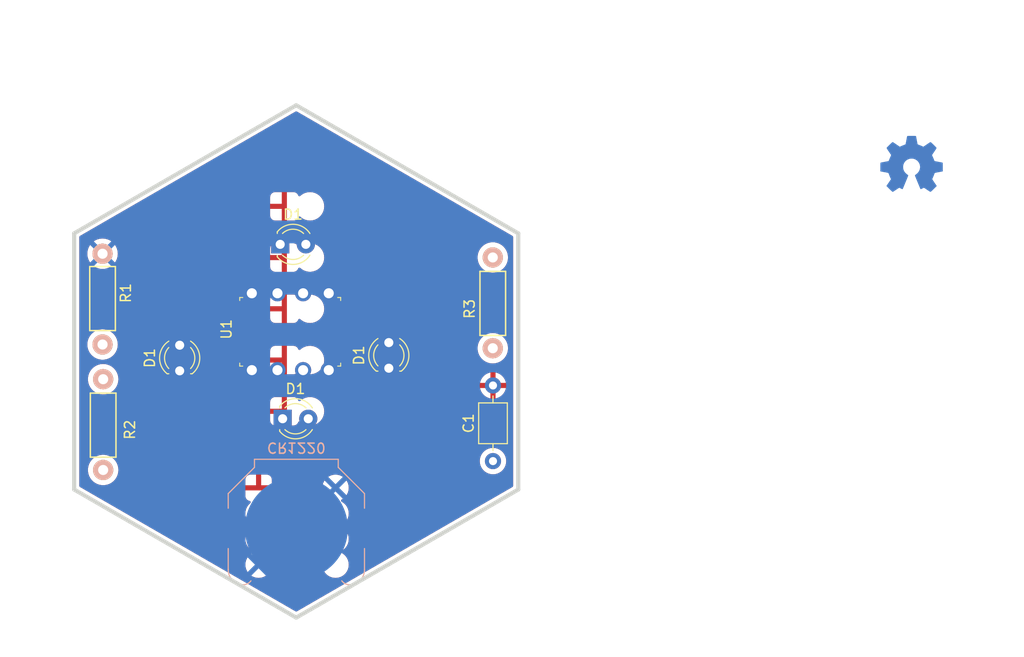
<source format=kicad_pcb>
(kicad_pcb (version 20201220) (generator pcbnew)
  (layers (0 "F.Cu" signal) (1 "In1.Cu" signal) (2 "In2.Cu" signal) (3 "In3.Cu" signal) (4 "In4.Cu" signal) (31 "B.Cu" signal) (34 "B.Paste" user) (35 "F.Paste" user) (36 "B.SilkS" user "B.Silkscreen") (37 "F.SilkS" user "F.Silkscreen") (38 "B.Mask" user) (39 "F.Mask" user) (44 "Edge.Cuts" user))
  (net 0 "")
  (net 1 "GND")
  (net 2 "/VDD")
  (net 3 "Net-(C1-Pad1)")
  (net 4 "Net-(D1-Pad2)")
  (net 5 "Net-(R1-Pad2)")
  (net 6 "Net-(R3-Pad1)")
  (footprint "digikey-footprints:DIP-8_W7.62mm" (layer "F.Cu") (at 152.07 95.27 90)
    (fp_text reference "U1" (at 4.05 -2.52 270) (layer "F.SilkS"))
    (fp_text value "7555")
    (fp_line (start 0.4 8.8) (end 0.7 8.8) (layer "F.SilkS") (width 0.1))
    (fp_line (start 7.2 8.8) (end 6.9 8.8) (layer "F.SilkS") (width 0.1))
    (fp_line (start 7.2 -0.9) (end 7.2 -1.2) (layer "F.SilkS") (width 0.1))
    (fp_line (start 0.4 -1.2) (end 0.7 -1.2) (layer "F.SilkS") (width 0.1))
    (fp_line (start 7.2 -1.2) (end 6.9 -1.2) (layer "F.SilkS") (width 0.1))
    (fp_line (start 0.4 8.5) (end 0.4 8.8) (layer "F.SilkS") (width 0.1))
    (fp_line (start 7.2 8.5) (end 7.2 8.8) (layer "F.SilkS") (width 0.1))
    (fp_line (start 0.4 -0.9) (end 0.4 -1.2) (layer "F.SilkS") (width 0.1))
    (pad "1" thru_hole rect (at 0 0 90) (size 1.6 1.6) (drill 1) (layers *.Cu *.Mask) (net 1 "GND"))
    (pad "2" thru_hole circle (at 0 2.54 90) (size 1.6 1.6) (drill 1) (layers *.Cu *.Mask) (net 3 "Net-(C1-Pad1)"))
    (pad "3" thru_hole circle (at 0 5.08 90) (size 1.6 1.6) (drill 1) (layers *.Cu *.Mask) (net 6 "Net-(R3-Pad1)"))
    (pad "4" thru_hole circle (at 0 7.62 90) (size 1.6 1.6) (drill 1) (layers *.Cu *.Mask) (net 2 "/VDD"))
    (pad "5" thru_hole circle (at 7.62 7.62 90) (size 1.6 1.6) (drill 1) (layers *.Cu *.Mask))
    (pad "6" thru_hole circle (at 7.62 5.08 90) (size 1.6 1.6) (drill 1) (layers *.Cu *.Mask) (net 3 "Net-(C1-Pad1)"))
    (pad "7" thru_hole circle (at 7.62 2.54 90) (size 1.6 1.6) (drill 1) (layers *.Cu *.Mask) (net 5 "Net-(R1-Pad2)"))
    (pad "8" thru_hole circle (at 7.62 0 90) (size 1.6 1.6) (drill 1) (layers *.Cu *.Mask) (net 2 "/VDD"))
  )
  (footprint "Wickerlib:RES-CARBONFILM-7MM" (layer "F.Cu") (at 175.94 93.1 90)
    (fp_text reference "R3")
    (fp_text value "100" hide)
    (fp_text user "${REFERENCE}" (at 3.9 -2.3 270) (layer "F.SilkS"))
    (fp_line (start 1.27 -1.27) (end 7.62 -1.27) (layer "F.SilkS") (width 0.15))
    (fp_line (start 7.62 1.27) (end 1.27 1.27) (layer "F.SilkS") (width 0.15))
    (fp_line (start 7.62 -1.27) (end 7.62 1.27) (layer "F.SilkS") (width 0.15))
    (fp_line (start 1.27 1.27) (end 1.27 -1.27) (layer "F.SilkS") (width 0.15))
    (pad "1" thru_hole circle (at 0 0 90) (size 1.99898 1.99898) (drill 1.00076) (layers *.Cu *.SilkS *.Mask) (net 6 "Net-(R3-Pad1)"))
    (pad "2" thru_hole circle (at 9 0 90) (size 1.99898 1.99898) (drill 1.00076) (layers *.Cu *.SilkS *.Mask) (net 4 "Net-(D1-Pad2)"))
  )
  (footprint "Wickerlib:RES-CARBONFILM-7MM" (layer "F.Cu") (at 137.34 105.17 90)
    (fp_text reference "R2")
    (fp_text value "470K" hide)
    (fp_text user "${REFERENCE}" (at 3.99 2.65 270) (layer "F.SilkS"))
    (fp_line (start 7.62 1.27) (end 1.27 1.27) (layer "F.SilkS") (width 0.15))
    (fp_line (start 7.62 -1.27) (end 7.62 1.27) (layer "F.SilkS") (width 0.15))
    (fp_line (start 1.27 -1.27) (end 7.62 -1.27) (layer "F.SilkS") (width 0.15))
    (fp_line (start 1.27 1.27) (end 1.27 -1.27) (layer "F.SilkS") (width 0.15))
    (pad "1" thru_hole circle (at 0 0 90) (size 1.99898 1.99898) (drill 1.00076) (layers *.Cu *.SilkS *.Mask) (net 5 "Net-(R1-Pad2)"))
    (pad "2" thru_hole circle (at 9 0 90) (size 1.99898 1.99898) (drill 1.00076) (layers *.Cu *.SilkS *.Mask) (net 3 "Net-(C1-Pad1)"))
  )
  (footprint "Wickerlib:RES-CARBONFILM-7MM" (layer "F.Cu") (at 137.28 83.73 -90)
    (fp_text reference "R1")
    (fp_text value "1K" hide)
    (fp_text user "${REFERENCE}" (at 3.9 -2.3 90) (layer "F.SilkS"))
    (fp_line (start 7.62 -1.27) (end 7.62 1.27) (layer "F.SilkS") (width 0.15))
    (fp_line (start 1.27 1.27) (end 1.27 -1.27) (layer "F.SilkS") (width 0.15))
    (fp_line (start 7.62 1.27) (end 1.27 1.27) (layer "F.SilkS") (width 0.15))
    (fp_line (start 1.27 -1.27) (end 7.62 -1.27) (layer "F.SilkS") (width 0.15))
    (pad "1" thru_hole circle (at 0 0 270) (size 1.99898 1.99898) (drill 1.00076) (layers *.Cu *.SilkS *.Mask) (net 2 "/VDD"))
    (pad "2" thru_hole circle (at 9 0 270) (size 1.99898 1.99898) (drill 1.00076) (layers *.Cu *.SilkS *.Mask) (net 5 "Net-(R1-Pad2)"))
  )
  (footprint "LED_THT:LED_D3.0mm" (layer "F.Cu") (at 144.92 95.34 90)
    (fp_text reference "D1" (at 1.27 -2.96 90) (layer "F.SilkS"))
    (fp_text value "LED")
    (fp_line (start -0.29 1.08) (end -0.29 1.236) (layer "F.SilkS") (width 0.12))
    (fp_line (start -0.29 -1.236) (end -0.29 -1.08) (layer "F.SilkS") (width 0.12))
    (fp_arc (start 1.27 0) (end -0.29 -1.235516) (angle 108.8) (layer "F.SilkS") (width 0.12))
    (fp_arc (start 1.27 0) (end 0.229039 1.08) (angle -87.9) (layer "F.SilkS") (width 0.12))
    (fp_arc (start 1.27 0) (end 0.229039 -1.08) (angle 87.9) (layer "F.SilkS") (width 0.12))
    (fp_arc (start 1.27 0) (end -0.29 1.235516) (angle -108.8) (layer "F.SilkS") (width 0.12))
    (pad "1" thru_hole rect (at 0 0 90) (size 1.8 1.8) (drill 0.9) (layers *.Cu *.Mask) (net 1 "GND"))
    (pad "2" thru_hole circle (at 2.54 0 90) (size 1.8 1.8) (drill 0.9) (layers *.Cu *.Mask) (net 4 "Net-(D1-Pad2)"))
  )
  (footprint "Capacitor_THT:C_Axial_L3.8mm_D2.6mm_P7.50mm_Horizontal" (layer "F.Cu") (at 175.96 104.29 90)
    (fp_text reference "C1" (at 3.75 -2.42 270) (layer "F.SilkS"))
    (fp_text value "1uF" hide)
    (fp_line (start 1.04 0) (end 1.73 0) (layer "F.SilkS") (width 0.12))
    (fp_line (start 6.46 0) (end 5.77 0) (layer "F.SilkS") (width 0.12))
    (fp_line (start 1.73 -1.42) (end 1.73 1.42) (layer "F.SilkS") (width 0.12))
    (fp_line (start 5.77 1.42) (end 5.77 -1.42) (layer "F.SilkS") (width 0.12))
    (fp_line (start 1.73 1.42) (end 5.77 1.42) (layer "F.SilkS") (width 0.12))
    (fp_line (start 5.77 -1.42) (end 1.73 -1.42) (layer "F.SilkS") (width 0.12))
    (pad "1" thru_hole circle (at 0 0 90) (size 1.6 1.6) (drill 0.8) (layers *.Cu *.Mask) (net 3 "Net-(C1-Pad1)"))
    (pad "2" thru_hole oval (at 7.5 0 90) (size 1.6 1.6) (drill 0.8) (layers *.Cu *.Mask) (net 1 "GND"))
  )
  (footprint "LED_THT:LED_D3.0mm" (layer "F.Cu") (at 154.88 82.8)
    (fp_text reference "D1" (at 1.27 -2.96) (layer "F.SilkS"))
    (fp_text value "LED")
    (fp_line (start -0.29 1.08) (end -0.29 1.236) (layer "F.SilkS") (width 0.12))
    (fp_line (start -0.29 -1.236) (end -0.29 -1.08) (layer "F.SilkS") (width 0.12))
    (fp_arc (start 1.27 0) (end -0.29 -1.235516) (angle 108.8) (layer "F.SilkS") (width 0.12))
    (fp_arc (start 1.27 0) (end 0.229039 1.08) (angle -87.9) (layer "F.SilkS") (width 0.12))
    (fp_arc (start 1.27 0) (end -0.29 1.235516) (angle -108.8) (layer "F.SilkS") (width 0.12))
    (fp_arc (start 1.27 0) (end 0.229039 -1.08) (angle 87.9) (layer "F.SilkS") (width 0.12))
    (pad "1" thru_hole rect (at 0 0) (size 1.8 1.8) (drill 0.9) (layers *.Cu *.Mask) (net 1 "GND"))
    (pad "2" thru_hole circle (at 2.54 0) (size 1.8 1.8) (drill 0.9) (layers *.Cu *.Mask) (net 4 "Net-(D1-Pad2)"))
  )
  (footprint "LED_THT:LED_D3.0mm" (layer "F.Cu") (at 155.12 100.09)
    (fp_text reference "D1" (at 1.27 -2.96) (layer "F.SilkS"))
    (fp_text value "LED")
    (fp_line (start -0.29 -1.236) (end -0.29 -1.08) (layer "F.SilkS") (width 0.12))
    (fp_line (start -0.29 1.08) (end -0.29 1.236) (layer "F.SilkS") (width 0.12))
    (fp_arc (start 1.27 0) (end 0.229039 1.08) (angle -87.9) (layer "F.SilkS") (width 0.12))
    (fp_arc (start 1.27 0) (end -0.29 -1.235516) (angle 108.8) (layer "F.SilkS") (width 0.12))
    (fp_arc (start 1.27 0) (end -0.29 1.235516) (angle -108.8) (layer "F.SilkS") (width 0.12))
    (fp_arc (start 1.27 0) (end 0.229039 -1.08) (angle 87.9) (layer "F.SilkS") (width 0.12))
    (pad "1" thru_hole rect (at 0 0) (size 1.8 1.8) (drill 0.9) (layers *.Cu *.Mask) (net 1 "GND"))
    (pad "2" thru_hole circle (at 2.54 0) (size 1.8 1.8) (drill 0.9) (layers *.Cu *.Mask) (net 4 "Net-(D1-Pad2)"))
  )
  (footprint "LED_THT:LED_D3.0mm" (layer "F.Cu") (at 165.64 95.08 90)
    (fp_text reference "D1" (at 1.27 -2.96 90) (layer "F.SilkS"))
    (fp_text value "LED")
    (fp_line (start -0.29 1.08) (end -0.29 1.236) (layer "F.SilkS") (width 0.12))
    (fp_line (start -0.29 -1.236) (end -0.29 -1.08) (layer "F.SilkS") (width 0.12))
    (fp_arc (start 1.27 0) (end -0.29 1.235516) (angle -108.8) (layer "F.SilkS") (width 0.12))
    (fp_arc (start 1.27 0) (end 0.229039 1.08) (angle -87.9) (layer "F.SilkS") (width 0.12))
    (fp_arc (start 1.27 0) (end 0.229039 -1.08) (angle 87.9) (layer "F.SilkS") (width 0.12))
    (fp_arc (start 1.27 0) (end -0.29 -1.235516) (angle 108.8) (layer "F.SilkS") (width 0.12))
    (pad "1" thru_hole rect (at 0 0 90) (size 1.8 1.8) (drill 0.9) (layers *.Cu *.Mask) (net 1 "GND"))
    (pad "2" thru_hole circle (at 2.54 0 90) (size 1.8 1.8) (drill 0.9) (layers *.Cu *.Mask) (net 4 "Net-(D1-Pad2)"))
  )
  (footprint "Battery:BatteryHolder_Keystone_3000_1x12mm" (layer "B.Cu") (at 156.48 110.96 180)
    (fp_text reference "CR1220" (at 0 8 180 unlocked) (layer "B.SilkS") (effects (justify mirror)))
    (fp_text value "BatteryHolder_Keystone_3000_1x12mm" hide)
    (fp_line (start 6.75 3.45) (end 6.75 2) (layer "B.SilkS") (width 0.12))
    (fp_line (start -6.75 3.45) (end -4.15 6.05) (layer "B.SilkS") (width 0.12))
    (fp_line (start -6.75 -2) (end -6.75 -4.1) (layer "B.SilkS") (width 0.12))
    (fp_line (start -4.15 6.85) (end 4.15 6.85) (layer "B.SilkS") (width 0.12))
    (fp_line (start -4.15 6.05) (end -4.15 6.85) (layer "B.SilkS") (width 0.12))
    (fp_line (start 4.15 6.05) (end 6.75 3.45) (layer "B.SilkS") (width 0.12))
    (fp_line (start 4.15 6.85) (end 4.15 6.05) (layer "B.SilkS") (width 0.12))
    (fp_line (start 6.75 -2) (end 6.75 -4.1) (layer "B.SilkS") (width 0.12))
    (fp_line (start -6.75 2) (end -6.75 3.45) (layer "B.SilkS") (width 0.12))
    (fp_arc (start 5.25 -4.1) (end 5.3 -5.6) (angle 90) (layer "B.SilkS") (width 0.12))
    (fp_arc (start 5.29 -4.6) (end 4.5 -5.2) (angle 60) (layer "B.SilkS") (width 0.12))
    (fp_arc (start -5.29 -4.6) (end -4.5 -5.2) (angle -60) (layer "B.SilkS") (width 0.12))
    (fp_arc (start -5.25 -4.1) (end -5.3 -5.6) (angle -90) (layer "B.SilkS") (width 0.12))
    (pad "1" smd rect (at 7.9 0 180) (size 3.5 3.3) (layers "B.Cu" "B.Paste" "B.Mask") (net 2 "/VDD"))
    (pad "1" smd rect (at -7.9 0 180) (size 3.5 3.3) (layers "B.Cu" "B.Paste" "B.Mask") (net 2 "/VDD"))
    (pad "2" smd circle (at 0 0 180) (size 10.2 10.2) (layers "B.Cu" "B.Paste" "B.Mask") (net 1 "GND"))
  )
  (footprint "afterdark:OSHW-Logo2_9.8x8mm_Copper" (layer "B.Cu") (at 217.43 75.76 180)
    (fp_text reference "REF**" hide)
    (fp_text value "OSHW-Logo2_9.8x8mm_Copper" hide)
    (fp_poly (pts (xy 0.139878 3.712224) (xy 0.245612 3.711645) (xy 0.322132 3.710078) (xy 0.374372 3.707028) (xy 0.407263 3.702004) (xy 0.425737 3.694511) (xy 0.434727 3.684056) (xy 0.439163 3.670147) (xy 0.439594 3.668346) (xy 0.446333 3.635855) (xy 0.458808 3.571748) (xy 0.475719 3.482849) (xy 0.495771 3.375981) (xy 0.517664 3.257967) (xy 0.518429 3.253822) (xy 0.540359 3.138169) (xy 0.560877 3.035986) (xy 0.578659 2.953402) (xy 0.592381 2.896544) (xy 0.600718 2.871542) (xy 0.601116 2.871099) (xy 0.625677 2.85889) (xy 0.676315 2.838544) (xy 0.742095 2.814455) (xy 0.742461 2.814326) (xy 0.825317 2.783182) (xy 0.923 2.743509) (xy 1.015077 2.703619) (xy 1.019434 2.701647) (xy 1.169407 2.63358) (xy 1.501498 2.860361) (xy 1.603374 2.929496) (xy 1.695657 2.991303) (xy 1.773003 3.042267) (xy 1.830064 3.078873) (xy 1.861495 3.097606) (xy 1.864479 3.098996) (xy 1.887321 3.09281) (xy 1.929982 3.062965) (xy 1.994128 3.008053) (xy 2.081421 2.926666) (xy 2.170535 2.840078) (xy 2.256441 2.754753) (xy 2.333327 2.676892) (xy 2.396564 2.611303) (xy 2.441523 2.562795) (xy 2.463576 2.536175) (xy 2.464396 2.534805) (xy 2.466834 2.516537) (xy 2.45765 2.486705) (xy 2.434574 2.441279) (xy 2.395337 2.37623) (xy 2.33767 2.28753) (xy 2.260795 2.173343) (xy 2.19257 2.072838) (xy 2.131582 1.982697) (xy 2.081356 1.908151) (xy 2.045416 1.854435) (xy 2.027287 1.826782) (xy 2.026146 1.824905) (xy 2.028359 1.79841) (xy 2.045138 1.746914) (xy 2.073142 1.680149) (xy 2.083122 1.658828) (xy 2.126672 1.563841) (xy 2.173134 1.456063) (xy 2.210877 1.362808) (xy 2.238073 1.293594) (xy 2.259675 1.240994) (xy 2.272158 1.213503) (xy 2.273709 1.211384) (xy 2.296668 1.207876) (xy 2.350786 1.198262) (xy 2.428868 1.183911) (xy 2.523719 1.166193) (xy 2.628143 1.146475) (xy 2.734944 1.126126) (xy 2.836926 1.106514) (xy 2.926894 1.089009) (xy 2.997653 1.074978) (xy 3.042006 1.065791) (xy 3.052885 1.063193) (xy 3.064122 1.056782) (xy 3.072605 1.042303) (xy 3.078714 1.014867) (xy 3.082832 0.969589) (xy 3.085341 0.90158) (xy 3.086621 0.805953) (xy 3.087054 0.67782) (xy 3.087077 0.625299) (xy 3.087077 0.198155) (xy 2.9845 0.177909) (xy 2.927431 0.16693) (xy 2.842269 0.150905) (xy 2.739372 0.131767) (xy 2.629096 0.111449) (xy 2.598615 0.105868) (xy 2.496855 0.086083) (xy 2.408205 0.066627) (xy 2.340108 0.049303) (xy 2.300004 0.035912) (xy 2.293323 0.031921) (xy 2.276919 0.003658) (xy 2.253399 -0.051109) (xy 2.227316 -0.121588) (xy 2.222142 -0.136769) (xy 2.187956 -0.230896) (xy 2.145523 -0.337101) (xy 2.103997 -0.432473) (xy 2.103792 -0.432916) (xy 2.03464 -0.582525) (xy 2.489512 -1.251617) (xy 2.1975 -1.544116) (xy 2.10918 -1.63117) (xy 2.028625 -1.707909) (xy 1.96036 -1.770237) (xy 1.908908 -1.814056) (xy 1.878794 -1.83527) (xy 1.874474 -1.836616) (xy 1.849111 -1.826016) (xy 1.797358 -1.796547) (xy 1.724868 -1.751705) (xy 1.637294 -1.694984) (xy 1.542612 -1.631462) (xy 1.446516 -1.566668) (xy 1.360837 -1.510287) (xy 1.291016 -1.465788) (xy 1.242494 -1.436639) (xy 1.220782 -1.426308) (xy 1.194293 -1.43505) (xy 1.144062 -1.458087) (xy 1.080451 -1.490631) (xy 1.073708 -1.494249) (xy 0.988046 -1.53721) (xy 0.929306 -1.558279) (xy 0.892772 -1.558503) (xy 0.873731 -1.538928) (xy 0.87362 -1.538654) (xy 0.864102 -1.515472) (xy 0.841403 -1.460441) (xy 0.807282 -1.377822) (xy 0.7635 -1.271872) (xy 0.711816 -1.146852) (xy 0.653992 -1.00702) (xy 0.597991 -0.871637) (xy 0.536447 -0.722234) (xy 0.479939 -0.583832) (xy 0.430161 -0.460673) (xy 0.388806 -0.357002) (xy 0.357568 -0.277059) (xy 0.338141 -0.225088) (xy 0.332154 -0.205692) (xy 0.347168 -0.183443) (xy 0.386439 -0.147982) (xy 0.438807 -0.108887) (xy 0.587941 0.014755) (xy 0.704511 0.156478) (xy 0.787118 0.313296) (xy 0.834366 0.482225) (xy 0.844857 0.660278) (xy 0.837231 0.742461) (xy 0.795682 0.912969) (xy 0.724123 1.063541) (xy 0.626995 1.192691) (xy 0.508734 1.298936) (xy 0.37378 1.38079) (xy 0.226571 1.436768) (xy 0.071544 1.465385) (xy -0.086861 1.465156) (xy -0.244206 1.434595) (xy -0.396054 1.372218) (xy -0.537965 1.27654) (xy -0.597197 1.222428) (xy -0.710797 1.08348) (xy -0.789894 0.931639) (xy -0.835014 0.771333) (xy -0.846684 0.606988) (xy -0.825431 0.443029) (xy -0.77178 0.283882) (xy -0.68626 0.133975) (xy -0.569395 -0.002267) (xy -0.438807 -0.108887) (xy -0.384412 -0.149642) (xy -0.345986 -0.184718) (xy -0.332154 -0.205726) (xy -0.339397 -0.228635) (xy -0.359995 -0.283365) (xy -0.392254 -0.365672) (xy -0.434479 -0.471315) (xy -0.484977 -0.59605) (xy -0.542052 -0.735636) (xy -0.598146 -0.87167) (xy -0.660033 -1.021201) (xy -0.717356 -1.159767) (xy -0.768356 -1.283107) (xy -0.811273 -1.386964) (xy -0.844347 -1.46708) (xy -0.865819 -1.519195) (xy -0.873775 -1.538654) (xy -0.892571 -1.558423) (xy -0.928926 -1.558365) (xy -0.987521 -1.537441) (xy -1.073032 -1.494613) (xy -1.073708 -1.494249) (xy -1.138093 -1.461012) (xy -1.190139 -1.436802) (xy -1.219488 -1.426404) (xy -1.220783 -1.426308) (xy -1.242876 -1.436855) (xy -1.291652 -1.466184) (xy -1.361669 -1.510827) (xy -1.447486 -1.567314) (xy -1.542612 -1.631462) (xy -1.63946 -1.696411) (xy -1.726747 -1.752896) (xy -1.798819 -1.797421) (xy -1.850023 -1.82649) (xy -1.874474 -1.836616) (xy -1.89699 -1.823307) (xy -1.942258 -1.786112) (xy -2.005756 -1.729128) (xy -2.082961 -1.656449) (xy -2.169349 -1.572171) (xy -2.197601 -1.544016) (xy -2.489713 -1.251416) (xy -2.267369 -0.925104) (xy -2.199798 -0.824897) (xy -2.140493 -0.734963) (xy -2.092783 -0.66051) (xy -2.059993 -0.606751) (xy -2.045452 -0.578894) (xy -2.045026 -0.576912) (xy -2.052692 -0.550655) (xy -2.073311 -0.497837) (xy -2.103315 -0.42731) (xy -2.124375 -0.380093) (xy -2.163752 -0.289694) (xy -2.200835 -0.198366) (xy -2.229585 -0.1212) (xy -2.237395 -0.097692) (xy -2.259583 -0.034916) (xy -2.281273 0.013589) (xy -2.293187 0.031921) (xy -2.319477 0.043141) (xy -2.376858 0.059046) (xy -2.457882 0.077833) (xy -2.555105 0.097701) (xy -2.598615 0.105868) (xy -2.709104 0.126171) (xy -2.815084 0.14583) (xy -2.906199 0.162912) (xy -2.972092 0.175482) (xy -2.9845 0.177909) (xy -3.087077 0.198155) (xy -3.087077 0.625299) (xy -3.086847 0.765754) (xy -3.085901 0.872021) (xy -3.083859 0.948987) (xy -3.080338 1.00154) (xy -3.074957 1.034567) (xy -3.067334 1.052955) (xy -3.057088 1.061592) (xy -3.052885 1.063193) (xy -3.02753 1.068873) (xy -2.971516 1.080205) (xy -2.892036 1.095821) (xy -2.796288 1.114353) (xy -2.691467 1.134431) (xy -2.584768 1.154688) (xy -2.483387 1.173754) (xy -2.394521 1.190261) (xy -2.325363 1.202841) (xy -2.283111 1.210125) (xy -2.27371 1.211384) (xy -2.265193 1.228237) (xy -2.24634 1.27313) (xy -2.220676 1.33757) (xy -2.210877 1.362808) (xy -2.171352 1.460314) (xy -2.124808 1.568041) (xy -2.083123 1.658828) (xy -2.05245 1.728247) (xy -2.032044 1.78529) (xy -2.025232 1.820223) (xy -2.026318 1.824905) (xy -2.040715 1.847009) (xy -2.073588 1.896169) (xy -2.12141 1.967152) (xy -2.180652 2.054722) (xy -2.247785 2.153643) (xy -2.261059 2.17317) (xy -2.338954 2.28886) (xy -2.396213 2.376956) (xy -2.435119 2.441514) (xy -2.457956 2.486589) (xy -2.467006 2.516237) (xy -2.464552 2.534515) (xy -2.464489 2.534631) (xy -2.445173 2.558639) (xy -2.402449 2.605053) (xy -2.340949 2.669063) (xy -2.265302 2.745855) (xy -2.180139 2.830618) (xy -2.170535 2.840078) (xy -2.06321 2.944011) (xy -1.980385 3.020325) (xy -1.920395 3.070429) (xy -1.881577 3.09573) (xy -1.86448 3.098996) (xy -1.839527 3.08475) (xy -1.787745 3.051844) (xy -1.71448 3.003792) (xy -1.62508 2.94411) (xy -1.524889 2.876312) (xy -1.501499 2.860361) (xy -1.169407 2.63358) (xy -1.019435 2.701647) (xy -0.92823 2.741315) (xy -0.830331 2.781209) (xy -0.746169 2.813017) (xy -0.742462 2.814326) (xy -0.676631 2.838424) (xy -0.625884 2.8588) (xy -0.601158 2.871064) (xy -0.601116 2.871099) (xy -0.593271 2.893266) (xy -0.579934 2.947783) (xy -0.56243 3.02852) (xy -0.542083 3.12935) (xy -0.520218 3.244144) (xy -0.518429 3.253822) (xy -0.496496 3.372096) (xy -0.47636 3.479458) (xy -0.45932 3.569083) (xy -0.446672 3.634149) (xy -0.439716 3.667832) (xy -0.439594 3.668346) (xy -0.435361 3.682675) (xy -0.427129 3.693493) (xy -0.409967 3.701294) (xy -0.378942 3.706571) (xy -0.329122 3.709818) (xy -0.255576 3.711528) (xy -0.153371 3.712193) (xy -0.017575 3.712307) (xy 0 3.712308) (xy 0.139878 3.712224)) (layer "B.Cu") (width 0.01) (fill solid))
  )
  (footprint "Symbol:KiCad-Logo2_5mm_Copper" (layer "B.Cu") (at 216.48 83.91 180)
    (fp_text reference "REF**" hide)
    (fp_text value "KiCad-Logo2_5mm_Copper" hide)
  )
  (gr_line (start 178.463583 81.70926) (end 178.463583 107.109256) (layer "Edge.Cuts") (width 0.4064))
  (gr_line (start 134.469497 107.10926) (end 134.469497 81.709264) (layer "Edge.Cuts") (width 0.4064))
  (gr_line (start 156.46654 69.009264) (end 178.46358 81.70926) (layer "Edge.Cuts") (width 0.4064))
  (gr_line (start 134.469497 81.709264) (end 156.46654 69.009264) (layer "Edge.Cuts") (width 0.4064))
  (gr_line (start 156.46654 119.809256) (end 134.4695 107.10926) (layer "Edge.Cuts") (width 0.4064))
  (gr_line (start 178.463583 107.109256) (end 156.46654 119.809256) (layer "Edge.Cuts") (width 0.4064))
  (zone (net 1) (net_name "GND") (layer "F.Cu") (connect_pads (clearance 0.508)) (min_thickness 0.254) (fill yes (thermal_gap 0.508) (thermal_bridge_width 0.508))
    (polygon (pts (xy 184.68 122.85) (xy 127.13 122.85) (xy 127.16 120.58) (xy 127.13 119.53) (xy 127.13 66.61) (xy 184.61 66.63)))
  )
  (zone (net 2) (net_name "/VDD") (layer "B.Cu") (connect_pads (clearance 0.508)) (min_thickness 0.254) (fill yes (thermal_gap 0.508) (thermal_bridge_width 0.508))
    (polygon (pts (xy 184.67 122.84) (xy 127.12 122.84) (xy 127.15 120.57) (xy 127.12 119.52) (xy 127.12 66.6) (xy 184.67 66.6)))
  )
)
</source>
